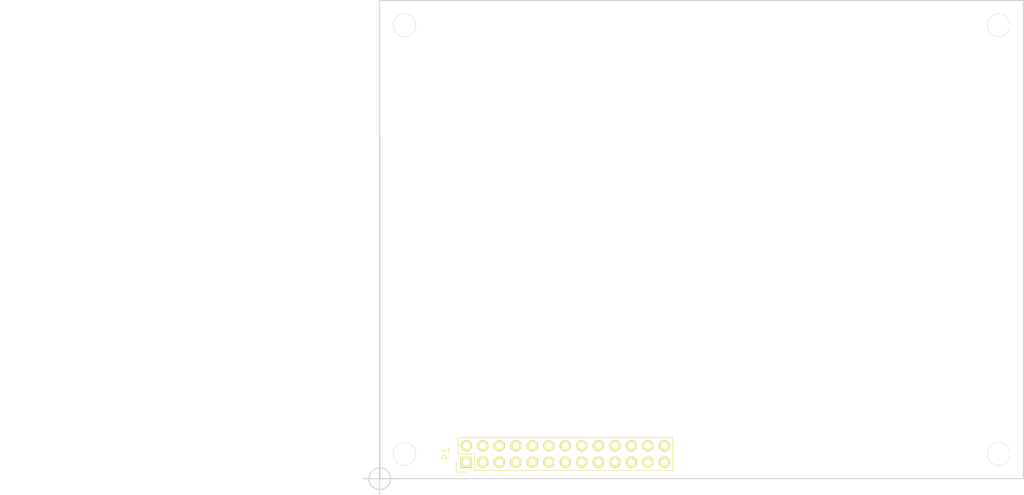
<source format=kicad_pcb>
(kicad_pcb (version 20171130) (host pcbnew no-vcs-found-c6d0075~61~ubuntu16.04.1)

  (general
    (thickness 1.6)
    (drawings 20)
    (tracks 0)
    (zones 0)
    (modules 5)
    (nets 26)
  )

  (page A4)
  (layers
    (0 F.Cu signal)
    (31 B.Cu signal)
    (32 B.Adhes user)
    (33 F.Adhes user)
    (34 B.Paste user)
    (35 F.Paste user)
    (36 B.SilkS user)
    (37 F.SilkS user)
    (38 B.Mask user)
    (39 F.Mask user)
    (40 Dwgs.User user)
    (41 Cmts.User user)
    (42 Eco1.User user)
    (43 Eco2.User user)
    (44 Edge.Cuts user)
    (45 Margin user)
    (46 B.CrtYd user)
    (47 F.CrtYd user)
    (48 B.Fab user)
    (49 F.Fab user)
  )

  (setup
    (last_trace_width 0.25)
    (trace_clearance 0.2)
    (zone_clearance 0.508)
    (zone_45_only no)
    (trace_min 0.2)
    (segment_width 0.2)
    (edge_width 0.2)
    (via_size 0.6)
    (via_drill 0.4)
    (via_min_size 0.4)
    (via_min_drill 0.3)
    (uvia_size 0.3)
    (uvia_drill 0.1)
    (uvias_allowed no)
    (uvia_min_size 0.2)
    (uvia_min_drill 0.1)
    (pcb_text_width 0.3)
    (pcb_text_size 1.5 1.5)
    (mod_edge_width 0.15)
    (mod_text_size 1 1)
    (mod_text_width 0.15)
    (pad_size 3.302 3.302)
    (pad_drill 3.302)
    (pad_to_mask_clearance 0.0762)
    (aux_axis_origin 96.52 144.78)
    (grid_origin 96.52 144.78)
    (visible_elements FFFFFF7F)
    (pcbplotparams
      (layerselection 0x000fc_80000001)
      (usegerberextensions false)
      (usegerberattributes false)
      (usegerberadvancedattributes false)
      (creategerberjobfile false)
      (excludeedgelayer true)
      (linewidth 0.100000)
      (plotframeref false)
      (viasonmask false)
      (mode 1)
      (useauxorigin false)
      (hpglpennumber 1)
      (hpglpenspeed 20)
      (hpglpendiameter 15)
      (psnegative false)
      (psa4output false)
      (plotreference true)
      (plotvalue true)
      (plotinvisibletext false)
      (padsonsilk false)
      (subtractmaskfromsilk false)
      (outputformat 1)
      (mirror false)
      (drillshape 0)
      (scaleselection 1)
      (outputdirectory ""))
  )

  (net 0 "")
  (net 1 GND)
  (net 2 +5V)
  (net 3 +3V3)
  (net 4 GPIO_SPI_CS#)
  (net 5 GPIO_UART1_TXD)
  (net 6 GPIO_SPI_MISO)
  (net 7 GPIO_UART1_RXD)
  (net 8 GPIO_SPI_MOSI)
  (net 9 GPIO_UART1_CTS)
  (net 10 GPIO_SPI_CLK)
  (net 11 GPIO_UART1_RTS)
  (net 12 GPIO_I2C_SCL)
  (net 13 GPIO_I2S_CLK)
  (net 14 GPIO_I2C_SDA)
  (net 15 GPIO_I2S_FRM)
  (net 16 GPIO_UART2_TXD)
  (net 17 GPIO_I2S_DO)
  (net 18 GPIO_UART2_RXD)
  (net 19 GPIO_I2S_DI)
  (net 20 GPIO_S5_0)
  (net 21 GPIO_PWM0)
  (net 22 GPIO_S5_1)
  (net 23 GPIO_PWM1)
  (net 24 GPIO_S5_2)
  (net 25 I2SMCLK_GPIO)

  (net_class Default "This is the default net class."
    (clearance 0.2)
    (trace_width 0.25)
    (via_dia 0.6)
    (via_drill 0.4)
    (uvia_dia 0.3)
    (uvia_drill 0.1)
    (add_net +3V3)
    (add_net +5V)
    (add_net GND)
    (add_net GPIO_I2C_SCL)
    (add_net GPIO_I2C_SDA)
    (add_net GPIO_I2S_CLK)
    (add_net GPIO_I2S_DI)
    (add_net GPIO_I2S_DO)
    (add_net GPIO_I2S_FRM)
    (add_net GPIO_PWM0)
    (add_net GPIO_PWM1)
    (add_net GPIO_S5_0)
    (add_net GPIO_S5_1)
    (add_net GPIO_S5_2)
    (add_net GPIO_SPI_CLK)
    (add_net GPIO_SPI_CS#)
    (add_net GPIO_SPI_MISO)
    (add_net GPIO_SPI_MOSI)
    (add_net GPIO_UART1_CTS)
    (add_net GPIO_UART1_RTS)
    (add_net GPIO_UART1_RXD)
    (add_net GPIO_UART1_TXD)
    (add_net GPIO_UART2_RXD)
    (add_net GPIO_UART2_TXD)
    (add_net I2SMCLK_GPIO)
  )

  (module Pin_Headers:Pin_Header_Straight_2x13 locked (layer F.Cu) (tedit 577F1E14) (tstamp 57710C62)
    (at 109.855 142.24 90)
    (descr "Through hole pin header")
    (tags "pin header")
    (path /576C994F)
    (fp_text reference P1 (at 1.27 -3.175 90) (layer F.SilkS)
      (effects (font (size 1 1) (thickness 0.15)))
    )
    (fp_text value CONN_02X13 (at 5.08 3.175 180) (layer F.Fab) hide
      (effects (font (size 1 1) (thickness 0.15)))
    )
    (fp_line (start -1.75 -1.75) (end -1.75 32.25) (layer F.CrtYd) (width 0.05))
    (fp_line (start 4.3 -1.75) (end 4.3 32.25) (layer F.CrtYd) (width 0.05))
    (fp_line (start -1.75 -1.75) (end 4.3 -1.75) (layer F.CrtYd) (width 0.05))
    (fp_line (start -1.75 32.25) (end 4.3 32.25) (layer F.CrtYd) (width 0.05))
    (fp_line (start 3.81 -1.27) (end 3.81 31.75) (layer F.SilkS) (width 0.15))
    (fp_line (start -1.27 1.27) (end -1.27 31.75) (layer F.SilkS) (width 0.15))
    (fp_line (start 3.81 31.75) (end -1.27 31.75) (layer F.SilkS) (width 0.15))
    (fp_line (start 3.81 -1.27) (end 1.27 -1.27) (layer F.SilkS) (width 0.15))
    (fp_line (start 0 -1.55) (end -1.55 -1.55) (layer F.SilkS) (width 0.15))
    (fp_line (start 1.27 -1.27) (end 1.27 1.27) (layer F.SilkS) (width 0.15))
    (fp_line (start 1.27 1.27) (end -1.27 1.27) (layer F.SilkS) (width 0.15))
    (fp_line (start -1.55 -1.55) (end -1.55 0) (layer F.SilkS) (width 0.15))
    (pad 1 thru_hole rect (at 0 0 90) (size 1.7272 1.7272) (drill 1.016) (layers *.Cu *.Mask F.SilkS)
      (net 1 GND))
    (pad 2 thru_hole oval (at 2.54 0 90) (size 1.7272 1.7272) (drill 1.016) (layers *.Cu *.Mask F.SilkS)
      (net 1 GND))
    (pad 3 thru_hole oval (at 0 2.54 90) (size 1.7272 1.7272) (drill 1.016) (layers *.Cu *.Mask F.SilkS)
      (net 2 +5V))
    (pad 4 thru_hole oval (at 2.54 2.54 90) (size 1.7272 1.7272) (drill 1.016) (layers *.Cu *.Mask F.SilkS)
      (net 3 +3V3))
    (pad 5 thru_hole oval (at 0 5.08 90) (size 1.7272 1.7272) (drill 1.016) (layers *.Cu *.Mask F.SilkS)
      (net 4 GPIO_SPI_CS#))
    (pad 6 thru_hole oval (at 2.54 5.08 90) (size 1.7272 1.7272) (drill 1.016) (layers *.Cu *.Mask F.SilkS)
      (net 5 GPIO_UART1_TXD))
    (pad 7 thru_hole oval (at 0 7.62 90) (size 1.7272 1.7272) (drill 1.016) (layers *.Cu *.Mask F.SilkS)
      (net 6 GPIO_SPI_MISO))
    (pad 8 thru_hole oval (at 2.54 7.62 90) (size 1.7272 1.7272) (drill 1.016) (layers *.Cu *.Mask F.SilkS)
      (net 7 GPIO_UART1_RXD))
    (pad 9 thru_hole oval (at 0 10.16 90) (size 1.7272 1.7272) (drill 1.016) (layers *.Cu *.Mask F.SilkS)
      (net 8 GPIO_SPI_MOSI))
    (pad 10 thru_hole oval (at 2.54 10.16 90) (size 1.7272 1.7272) (drill 1.016) (layers *.Cu *.Mask F.SilkS)
      (net 9 GPIO_UART1_CTS))
    (pad 11 thru_hole oval (at 0 12.7 90) (size 1.7272 1.7272) (drill 1.016) (layers *.Cu *.Mask F.SilkS)
      (net 10 GPIO_SPI_CLK))
    (pad 12 thru_hole oval (at 2.54 12.7 90) (size 1.7272 1.7272) (drill 1.016) (layers *.Cu *.Mask F.SilkS)
      (net 11 GPIO_UART1_RTS))
    (pad 13 thru_hole oval (at 0 15.24 90) (size 1.7272 1.7272) (drill 1.016) (layers *.Cu *.Mask F.SilkS)
      (net 12 GPIO_I2C_SCL))
    (pad 14 thru_hole oval (at 2.54 15.24 90) (size 1.7272 1.7272) (drill 1.016) (layers *.Cu *.Mask F.SilkS)
      (net 13 GPIO_I2S_CLK))
    (pad 15 thru_hole oval (at 0 17.78 90) (size 1.7272 1.7272) (drill 1.016) (layers *.Cu *.Mask F.SilkS)
      (net 14 GPIO_I2C_SDA))
    (pad 16 thru_hole oval (at 2.54 17.78 90) (size 1.7272 1.7272) (drill 1.016) (layers *.Cu *.Mask F.SilkS)
      (net 15 GPIO_I2S_FRM))
    (pad 17 thru_hole oval (at 0 20.32 90) (size 1.7272 1.7272) (drill 1.016) (layers *.Cu *.Mask F.SilkS)
      (net 16 GPIO_UART2_TXD))
    (pad 18 thru_hole oval (at 2.54 20.32 90) (size 1.7272 1.7272) (drill 1.016) (layers *.Cu *.Mask F.SilkS)
      (net 17 GPIO_I2S_DO))
    (pad 19 thru_hole oval (at 0 22.86 90) (size 1.7272 1.7272) (drill 1.016) (layers *.Cu *.Mask F.SilkS)
      (net 18 GPIO_UART2_RXD))
    (pad 20 thru_hole oval (at 2.54 22.86 90) (size 1.7272 1.7272) (drill 1.016) (layers *.Cu *.Mask F.SilkS)
      (net 19 GPIO_I2S_DI))
    (pad 21 thru_hole oval (at 0 25.4 90) (size 1.7272 1.7272) (drill 1.016) (layers *.Cu *.Mask F.SilkS)
      (net 20 GPIO_S5_0))
    (pad 22 thru_hole oval (at 2.54 25.4 90) (size 1.7272 1.7272) (drill 1.016) (layers *.Cu *.Mask F.SilkS)
      (net 21 GPIO_PWM0))
    (pad 23 thru_hole oval (at 0 27.94 90) (size 1.7272 1.7272) (drill 1.016) (layers *.Cu *.Mask F.SilkS)
      (net 22 GPIO_S5_1))
    (pad 24 thru_hole oval (at 2.54 27.94 90) (size 1.7272 1.7272) (drill 1.016) (layers *.Cu *.Mask F.SilkS)
      (net 23 GPIO_PWM1))
    (pad 25 thru_hole oval (at 0 30.48 90) (size 1.7272 1.7272) (drill 1.016) (layers *.Cu *.Mask F.SilkS)
      (net 24 GPIO_S5_2))
    (pad 26 thru_hole oval (at 2.54 30.48 90) (size 1.7272 1.7272) (drill 1.016) (layers *.Cu *.Mask F.SilkS)
      (net 25 I2SMCLK_GPIO))
    (model Pin_Headers.3dshapes/Pin_Header_Straight_2x13.wrl
      (offset (xyz 1.269999980926514 -15.23999977111816 0))
      (scale (xyz 1 1 1))
      (rotate (xyz 0 0 90))
    )
  )

  (module Mounting_Holes:MountingHole_3-5mm locked (layer F.Cu) (tedit 58633422) (tstamp 577DA462)
    (at 191.77 140.97)
    (descr "Mounting hole, Befestigungsbohrung, 3,5mm, No Annular, Kein Restring,")
    (tags "Mounting hole, Befestigungsbohrung, 3,5mm, No Annular, Kein Restring,")
    (path /58633372)
    (fp_text reference MK2 (at 0 -4.50088) (layer F.SilkS) hide
      (effects (font (size 1 1) (thickness 0.15)))
    )
    (fp_text value Mounting_Hole (at 0 5.00126) (layer F.Fab) hide
      (effects (font (size 1 1) (thickness 0.15)))
    )
    (fp_circle (center 0 0) (end 3.5 0) (layer Cmts.User) (width 0.381))
    (pad 1 thru_hole circle (at 0 0) (size 3.5 3.5) (drill 3.5) (layers))
  )

  (module Mounting_Holes:MountingHole_3-5mm locked (layer F.Cu) (tedit 58633418) (tstamp 577F1CAE)
    (at 100.33 140.97)
    (descr "Mounting hole, Befestigungsbohrung, 3,5mm, No Annular, Kein Restring,")
    (tags "Mounting hole, Befestigungsbohrung, 3,5mm, No Annular, Kein Restring,")
    (path /58633409)
    (fp_text reference MK1 (at 0 -4.50088) (layer F.SilkS) hide
      (effects (font (size 1 1) (thickness 0.15)))
    )
    (fp_text value Mounting_Hole (at 0 5.00126) (layer F.Fab) hide
      (effects (font (size 1 1) (thickness 0.15)))
    )
    (fp_circle (center 0 0) (end 3.5 0) (layer Cmts.User) (width 0.381))
    (pad 1 thru_hole circle (at 0 0) (size 3.5 3.5) (drill 3.5) (layers))
  )

  (module Mounting_Holes:MountingHole_3-5mm locked (layer F.Cu) (tedit 58633440) (tstamp 577F1CB9)
    (at 100.33 74.93)
    (descr "Mounting hole, Befestigungsbohrung, 3,5mm, No Annular, Kein Restring,")
    (tags "Mounting hole, Befestigungsbohrung, 3,5mm, No Annular, Kein Restring,")
    (path /5863348E)
    (fp_text reference MK4 (at 0 -4.50088) (layer F.SilkS) hide
      (effects (font (size 1 1) (thickness 0.15)))
    )
    (fp_text value Mounting_Hole (at 0 5.00126) (layer F.Fab) hide
      (effects (font (size 1 1) (thickness 0.15)))
    )
    (fp_circle (center 0 0) (end 3.5 0) (layer Cmts.User) (width 0.381))
    (pad 1 thru_hole circle (at 0 0) (size 3.5 3.5) (drill 3.5) (layers))
  )

  (module Mounting_Holes:MountingHole_3-5mm locked (layer F.Cu) (tedit 58633432) (tstamp 577F1CC4)
    (at 191.77 74.93)
    (descr "Mounting hole, Befestigungsbohrung, 3,5mm, No Annular, Kein Restring,")
    (tags "Mounting hole, Befestigungsbohrung, 3,5mm, No Annular, Kein Restring,")
    (path /58633454)
    (fp_text reference MK3 (at 0 -4.50088) (layer F.SilkS) hide
      (effects (font (size 1 1) (thickness 0.15)))
    )
    (fp_text value Mounting_Hole (at 0 5.00126) (layer F.Fab) hide
      (effects (font (size 1 1) (thickness 0.15)))
    )
    (fp_circle (center 0 0) (end 3.5 0) (layer Cmts.User) (width 0.381))
    (pad 1 thru_hole circle (at 0 0) (size 3.5 3.5) (drill 3.5) (layers))
  )

  (gr_line (start 96.52 110.15) (end 96.52 144.78) (layer Edge.Cuts) (width 0.2))
  (gr_line (start 195.58 96.83) (end 195.58 71.12) (angle 90) (layer Edge.Cuts) (width 0.15) (tstamp 586C5EA2))
  (gr_text "NOTE: NO BOTTOM SIDE OR THROUGH-HOLE\nCOMPONENTS IN THE AREAS DESIGNATED IN THE\nDWGS.USER LAYER TO AVOID COLLISION WITH\nMINNOWBOARD ETHERNET AND USB CONNECTORS." (at 66.421 101.092) (layer Cmts.User)
    (effects (font (size 1.5 1.5) (thickness 0.3)))
  )
  (gr_line (start 178.86 112.02) (end 195.58 96.83) (angle 90) (layer Dwgs.User) (width 0.2))
  (gr_line (start 178.86 96.83) (end 195.58 112.02) (angle 90) (layer Dwgs.User) (width 0.2))
  (gr_line (start 114.96 92.05) (end 96.52 110.15) (angle 90) (layer Dwgs.User) (width 0.2))
  (gr_line (start 96.52 92.05) (end 114.96 110.15) (angle 90) (layer Dwgs.User) (width 0.2))
  (gr_line (start 96.52 110.15) (end 96.52 92.05) (angle 90) (layer Edge.Cuts) (width 0.2))
  (gr_line (start 114.96 110.15) (end 96.52 110.15) (angle 90) (layer Dwgs.User) (width 0.2))
  (gr_line (start 114.96 92.05) (end 114.96 110.15) (angle 90) (layer Dwgs.User) (width 0.2))
  (gr_line (start 96.52 92.05) (end 114.96 92.05) (angle 90) (layer Dwgs.User) (width 0.2))
  (gr_line (start 178.86 112.02) (end 178.86 96.83) (angle 90) (layer Dwgs.User) (width 0.15))
  (gr_line (start 195.58 112.02) (end 178.86 112.02) (angle 90) (layer Dwgs.User) (width 0.15))
  (gr_line (start 195.58 96.83) (end 195.58 112.02) (angle 90) (layer Edge.Cuts) (width 0.15))
  (gr_line (start 178.86 96.83) (end 195.58 96.83) (angle 90) (layer Dwgs.User) (width 0.15))
  (target plus (at 96.52 144.78) (size 5) (width 0.15) (layer Edge.Cuts))
  (gr_line (start 96.52 71.12) (end 96.52 92.05) (angle 90) (layer Edge.Cuts) (width 0.15))
  (gr_line (start 195.58 71.12) (end 96.52 71.12) (angle 90) (layer Edge.Cuts) (width 0.15))
  (gr_line (start 195.58 144.78) (end 195.58 112.02) (angle 90) (layer Edge.Cuts) (width 0.15))
  (gr_line (start 96.52 144.78) (end 195.58 144.78) (angle 90) (layer Edge.Cuts) (width 0.15))

)

</source>
